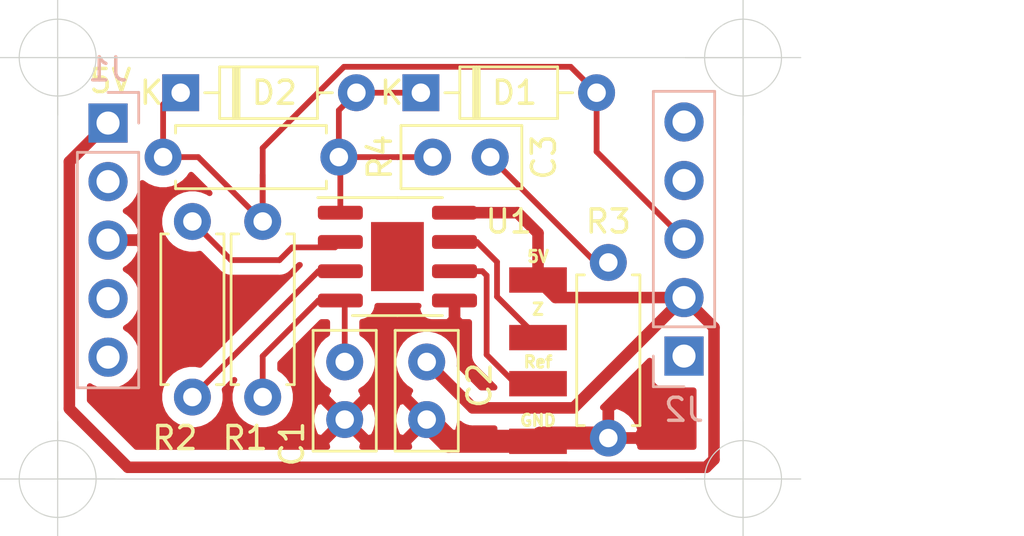
<source format=kicad_pcb>
(kicad_pcb (version 20171130) (host pcbnew "(5.1.6-0-10_14)")

  (general
    (thickness 1.6)
    (drawings 13)
    (tracks 69)
    (zones 0)
    (modules 13)
    (nets 17)
  )

  (page A4)
  (layers
    (0 F.Cu signal)
    (31 B.Cu signal hide)
    (32 B.Adhes user hide)
    (33 F.Adhes user hide)
    (34 B.Paste user hide)
    (35 F.Paste user hide)
    (36 B.SilkS user hide)
    (37 F.SilkS user)
    (38 B.Mask user hide)
    (39 F.Mask user hide)
    (40 Dwgs.User user hide)
    (41 Cmts.User user hide)
    (42 Eco1.User user hide)
    (43 Eco2.User user hide)
    (44 Edge.Cuts user)
    (45 Margin user hide)
    (46 B.CrtYd user hide)
    (47 F.CrtYd user hide)
    (48 B.Fab user hide)
    (49 F.Fab user hide)
  )

  (setup
    (last_trace_width 0.25)
    (user_trace_width 0.5)
    (user_trace_width 1)
    (trace_clearance 0.2)
    (zone_clearance 0.508)
    (zone_45_only no)
    (trace_min 0.2)
    (via_size 0.8)
    (via_drill 0.4)
    (via_min_size 0.4)
    (via_min_drill 0.3)
    (uvia_size 0.3)
    (uvia_drill 0.1)
    (uvias_allowed no)
    (uvia_min_size 0.2)
    (uvia_min_drill 0.1)
    (edge_width 0.05)
    (segment_width 0.2)
    (pcb_text_width 0.3)
    (pcb_text_size 1.5 1.5)
    (mod_edge_width 0.12)
    (mod_text_size 1 1)
    (mod_text_width 0.15)
    (pad_size 1.524 1.524)
    (pad_drill 0.762)
    (pad_to_mask_clearance 0.05)
    (aux_axis_origin 132.842 86.487)
    (grid_origin 132.842 86.487)
    (visible_elements FFFFFF7F)
    (pcbplotparams
      (layerselection 0x01020_7fffffff)
      (usegerberextensions false)
      (usegerberattributes true)
      (usegerberadvancedattributes true)
      (creategerberjobfile true)
      (excludeedgelayer true)
      (linewidth 0.100000)
      (plotframeref false)
      (viasonmask false)
      (mode 1)
      (useauxorigin true)
      (hpglpennumber 1)
      (hpglpenspeed 20)
      (hpglpendiameter 15.000000)
      (psnegative false)
      (psa4output false)
      (plotreference true)
      (plotvalue true)
      (plotinvisibletext false)
      (padsonsilk false)
      (subtractmaskfromsilk false)
      (outputformat 1)
      (mirror false)
      (drillshape 0)
      (scaleselection 1)
      (outputdirectory ""))
  )

  (net 0 "")
  (net 1 GND)
  (net 2 "Net-(C1-Pad1)")
  (net 3 "Net-(C2-Pad1)")
  (net 4 "Net-(R2-Pad2)")
  (net 5 "Net-(R2-Pad1)")
  (net 6 "Net-(U1-Pad7)")
  (net 7 "Net-(U1-Pad6)")
  (net 8 "Net-(C3-Pad2)")
  (net 9 "Net-(C3-Pad1)")
  (net 10 "Net-(D1-Pad2)")
  (net 11 "Net-(J1-Pad5)")
  (net 12 "Net-(J1-Pad4)")
  (net 13 "Net-(J1-Pad2)")
  (net 14 "Net-(J2-Pad5)")
  (net 15 "Net-(J2-Pad4)")
  (net 16 "Net-(J2-Pad1)")

  (net_class Default "This is the default net class."
    (clearance 0.2)
    (trace_width 0.25)
    (via_dia 0.8)
    (via_drill 0.4)
    (uvia_dia 0.3)
    (uvia_drill 0.1)
    (add_net GND)
    (add_net "Net-(C1-Pad1)")
    (add_net "Net-(C2-Pad1)")
    (add_net "Net-(C3-Pad1)")
    (add_net "Net-(C3-Pad2)")
    (add_net "Net-(D1-Pad2)")
    (add_net "Net-(J1-Pad2)")
    (add_net "Net-(J1-Pad4)")
    (add_net "Net-(J1-Pad5)")
    (add_net "Net-(J2-Pad1)")
    (add_net "Net-(J2-Pad4)")
    (add_net "Net-(J2-Pad5)")
    (add_net "Net-(R2-Pad1)")
    (add_net "Net-(R2-Pad2)")
    (add_net "Net-(U1-Pad6)")
    (add_net "Net-(U1-Pad7)")
  )

  (module Capacitor_THT:C_Disc_D5.0mm_W2.5mm_P2.50mm (layer F.Cu) (tedit 5AE50EF0) (tstamp 601ED30A)
    (at 149.098 72.517)
    (descr "C, Disc series, Radial, pin pitch=2.50mm, , diameter*width=5*2.5mm^2, Capacitor, http://cdn-reichelt.de/documents/datenblatt/B300/DS_KERKO_TC.pdf")
    (tags "C Disc series Radial pin pitch 2.50mm  diameter 5mm width 2.5mm Capacitor")
    (path /601EDDB8)
    (fp_text reference C3 (at 4.826 0 90) (layer F.SilkS)
      (effects (font (size 1 1) (thickness 0.15)))
    )
    (fp_text value 470n (at 1.25 2.5) (layer F.Fab)
      (effects (font (size 1 1) (thickness 0.15)))
    )
    (fp_line (start -1.25 -1.25) (end -1.25 1.25) (layer F.Fab) (width 0.1))
    (fp_line (start -1.25 1.25) (end 3.75 1.25) (layer F.Fab) (width 0.1))
    (fp_line (start 3.75 1.25) (end 3.75 -1.25) (layer F.Fab) (width 0.1))
    (fp_line (start 3.75 -1.25) (end -1.25 -1.25) (layer F.Fab) (width 0.1))
    (fp_line (start -1.37 -1.37) (end 3.87 -1.37) (layer F.SilkS) (width 0.12))
    (fp_line (start -1.37 1.37) (end 3.87 1.37) (layer F.SilkS) (width 0.12))
    (fp_line (start -1.37 -1.37) (end -1.37 1.37) (layer F.SilkS) (width 0.12))
    (fp_line (start 3.87 -1.37) (end 3.87 1.37) (layer F.SilkS) (width 0.12))
    (fp_line (start -1.5 -1.5) (end -1.5 1.5) (layer F.CrtYd) (width 0.05))
    (fp_line (start -1.5 1.5) (end 4 1.5) (layer F.CrtYd) (width 0.05))
    (fp_line (start 4 1.5) (end 4 -1.5) (layer F.CrtYd) (width 0.05))
    (fp_line (start 4 -1.5) (end -1.5 -1.5) (layer F.CrtYd) (width 0.05))
    (fp_text user %R (at 1.25 0) (layer F.Fab)
      (effects (font (size 1 1) (thickness 0.15)))
    )
    (pad 2 thru_hole circle (at 2.5 0) (size 1.6 1.6) (drill 0.8) (layers *.Cu *.Mask)
      (net 8 "Net-(C3-Pad2)"))
    (pad 1 thru_hole circle (at 0 0) (size 1.6 1.6) (drill 0.8) (layers *.Cu *.Mask)
      (net 9 "Net-(C3-Pad1)"))
    (model ${KISYS3DMOD}/Capacitor_THT.3dshapes/C_Disc_D5.0mm_W2.5mm_P2.50mm.wrl
      (at (xyz 0 0 0))
      (scale (xyz 1 1 1))
      (rotate (xyz 0 0 0))
    )
  )

  (module Capacitor_THT:C_Disc_D5.0mm_W2.5mm_P2.50mm (layer F.Cu) (tedit 5AE50EF0) (tstamp 60188FB9)
    (at 148.844 81.407 270)
    (descr "C, Disc series, Radial, pin pitch=2.50mm, , diameter*width=5*2.5mm^2, Capacitor, http://cdn-reichelt.de/documents/datenblatt/B300/DS_KERKO_TC.pdf")
    (tags "C Disc series Radial pin pitch 2.50mm  diameter 5mm width 2.5mm Capacitor")
    (path /601C5AAB)
    (fp_text reference C2 (at 1.016 -2.286 90) (layer F.SilkS)
      (effects (font (size 1 1) (thickness 0.15)))
    )
    (fp_text value 100n (at 1.25 2.5 90) (layer F.Fab)
      (effects (font (size 1 1) (thickness 0.15)))
    )
    (fp_line (start -1.25 -1.25) (end -1.25 1.25) (layer F.Fab) (width 0.1))
    (fp_line (start -1.25 1.25) (end 3.75 1.25) (layer F.Fab) (width 0.1))
    (fp_line (start 3.75 1.25) (end 3.75 -1.25) (layer F.Fab) (width 0.1))
    (fp_line (start 3.75 -1.25) (end -1.25 -1.25) (layer F.Fab) (width 0.1))
    (fp_line (start -1.37 -1.37) (end 3.87 -1.37) (layer F.SilkS) (width 0.12))
    (fp_line (start -1.37 1.37) (end 3.87 1.37) (layer F.SilkS) (width 0.12))
    (fp_line (start -1.37 -1.37) (end -1.37 1.37) (layer F.SilkS) (width 0.12))
    (fp_line (start 3.87 -1.37) (end 3.87 1.37) (layer F.SilkS) (width 0.12))
    (fp_line (start -1.5 -1.5) (end -1.5 1.5) (layer F.CrtYd) (width 0.05))
    (fp_line (start -1.5 1.5) (end 4 1.5) (layer F.CrtYd) (width 0.05))
    (fp_line (start 4 1.5) (end 4 -1.5) (layer F.CrtYd) (width 0.05))
    (fp_line (start 4 -1.5) (end -1.5 -1.5) (layer F.CrtYd) (width 0.05))
    (fp_text user %R (at 1.25 0 90) (layer F.Fab)
      (effects (font (size 1 1) (thickness 0.15)))
    )
    (pad 2 thru_hole circle (at 2.5 0 270) (size 1.6 1.6) (drill 0.8) (layers *.Cu *.Mask)
      (net 1 GND))
    (pad 1 thru_hole circle (at 0 0 270) (size 1.6 1.6) (drill 0.8) (layers *.Cu *.Mask)
      (net 3 "Net-(C2-Pad1)"))
    (model ${KISYS3DMOD}/Capacitor_THT.3dshapes/C_Disc_D5.0mm_W2.5mm_P2.50mm.wrl
      (at (xyz 0 0 0))
      (scale (xyz 1 1 1))
      (rotate (xyz 0 0 0))
    )
  )

  (module Capacitor_THT:C_Disc_D5.0mm_W2.5mm_P2.50mm (layer F.Cu) (tedit 5AE50EF0) (tstamp 60188FA2)
    (at 145.288 81.407 270)
    (descr "C, Disc series, Radial, pin pitch=2.50mm, , diameter*width=5*2.5mm^2, Capacitor, http://cdn-reichelt.de/documents/datenblatt/B300/DS_KERKO_TC.pdf")
    (tags "C Disc series Radial pin pitch 2.50mm  diameter 5mm width 2.5mm Capacitor")
    (path /601BF8FC)
    (fp_text reference C1 (at 3.556 2.286 90) (layer F.SilkS)
      (effects (font (size 1 1) (thickness 0.15)))
    )
    (fp_text value 470p (at 1.25 2.5 90) (layer F.Fab)
      (effects (font (size 1 1) (thickness 0.15)))
    )
    (fp_line (start -1.25 -1.25) (end -1.25 1.25) (layer F.Fab) (width 0.1))
    (fp_line (start -1.25 1.25) (end 3.75 1.25) (layer F.Fab) (width 0.1))
    (fp_line (start 3.75 1.25) (end 3.75 -1.25) (layer F.Fab) (width 0.1))
    (fp_line (start 3.75 -1.25) (end -1.25 -1.25) (layer F.Fab) (width 0.1))
    (fp_line (start -1.37 -1.37) (end 3.87 -1.37) (layer F.SilkS) (width 0.12))
    (fp_line (start -1.37 1.37) (end 3.87 1.37) (layer F.SilkS) (width 0.12))
    (fp_line (start -1.37 -1.37) (end -1.37 1.37) (layer F.SilkS) (width 0.12))
    (fp_line (start 3.87 -1.37) (end 3.87 1.37) (layer F.SilkS) (width 0.12))
    (fp_line (start -1.5 -1.5) (end -1.5 1.5) (layer F.CrtYd) (width 0.05))
    (fp_line (start -1.5 1.5) (end 4 1.5) (layer F.CrtYd) (width 0.05))
    (fp_line (start 4 1.5) (end 4 -1.5) (layer F.CrtYd) (width 0.05))
    (fp_line (start 4 -1.5) (end -1.5 -1.5) (layer F.CrtYd) (width 0.05))
    (fp_text user %R (at 1.25 0 90) (layer F.Fab)
      (effects (font (size 1 1) (thickness 0.15)))
    )
    (pad 2 thru_hole circle (at 2.5 0 270) (size 1.6 1.6) (drill 0.8) (layers *.Cu *.Mask)
      (net 1 GND))
    (pad 1 thru_hole circle (at 0 0 270) (size 1.6 1.6) (drill 0.8) (layers *.Cu *.Mask)
      (net 2 "Net-(C1-Pad1)"))
    (model ${KISYS3DMOD}/Capacitor_THT.3dshapes/C_Disc_D5.0mm_W2.5mm_P2.50mm.wrl
      (at (xyz 0 0 0))
      (scale (xyz 1 1 1))
      (rotate (xyz 0 0 0))
    )
  )

  (module Resistor_THT:R_Axial_DIN0207_L6.3mm_D2.5mm_P7.62mm_Horizontal (layer F.Cu) (tedit 5AE5139B) (tstamp 601ED402)
    (at 137.414 72.517)
    (descr "Resistor, Axial_DIN0207 series, Axial, Horizontal, pin pitch=7.62mm, 0.25W = 1/4W, length*diameter=6.3*2.5mm^2, http://cdn-reichelt.de/documents/datenblatt/B400/1_4W%23YAG.pdf")
    (tags "Resistor Axial_DIN0207 series Axial Horizontal pin pitch 7.62mm 0.25W = 1/4W length 6.3mm diameter 2.5mm")
    (path /601EDDB2)
    (fp_text reference R4 (at 9.398 0 90) (layer F.SilkS)
      (effects (font (size 1 1) (thickness 0.15)))
    )
    (fp_text value 220k (at 3.81 2.37) (layer F.Fab)
      (effects (font (size 1 1) (thickness 0.15)))
    )
    (fp_line (start 0.66 -1.25) (end 0.66 1.25) (layer F.Fab) (width 0.1))
    (fp_line (start 0.66 1.25) (end 6.96 1.25) (layer F.Fab) (width 0.1))
    (fp_line (start 6.96 1.25) (end 6.96 -1.25) (layer F.Fab) (width 0.1))
    (fp_line (start 6.96 -1.25) (end 0.66 -1.25) (layer F.Fab) (width 0.1))
    (fp_line (start 0 0) (end 0.66 0) (layer F.Fab) (width 0.1))
    (fp_line (start 7.62 0) (end 6.96 0) (layer F.Fab) (width 0.1))
    (fp_line (start 0.54 -1.04) (end 0.54 -1.37) (layer F.SilkS) (width 0.12))
    (fp_line (start 0.54 -1.37) (end 7.08 -1.37) (layer F.SilkS) (width 0.12))
    (fp_line (start 7.08 -1.37) (end 7.08 -1.04) (layer F.SilkS) (width 0.12))
    (fp_line (start 0.54 1.04) (end 0.54 1.37) (layer F.SilkS) (width 0.12))
    (fp_line (start 0.54 1.37) (end 7.08 1.37) (layer F.SilkS) (width 0.12))
    (fp_line (start 7.08 1.37) (end 7.08 1.04) (layer F.SilkS) (width 0.12))
    (fp_line (start -1.05 -1.5) (end -1.05 1.5) (layer F.CrtYd) (width 0.05))
    (fp_line (start -1.05 1.5) (end 8.67 1.5) (layer F.CrtYd) (width 0.05))
    (fp_line (start 8.67 1.5) (end 8.67 -1.5) (layer F.CrtYd) (width 0.05))
    (fp_line (start 8.67 -1.5) (end -1.05 -1.5) (layer F.CrtYd) (width 0.05))
    (fp_text user %R (at 3.81 0) (layer F.Fab)
      (effects (font (size 1 1) (thickness 0.15)))
    )
    (pad 2 thru_hole oval (at 7.62 0) (size 1.6 1.6) (drill 0.8) (layers *.Cu *.Mask)
      (net 9 "Net-(C3-Pad1)"))
    (pad 1 thru_hole circle (at 0 0) (size 1.6 1.6) (drill 0.8) (layers *.Cu *.Mask)
      (net 10 "Net-(D1-Pad2)"))
    (model ${KISYS3DMOD}/Resistor_THT.3dshapes/R_Axial_DIN0207_L6.3mm_D2.5mm_P7.62mm_Horizontal.wrl
      (at (xyz 0 0 0))
      (scale (xyz 1 1 1))
      (rotate (xyz 0 0 0))
    )
  )

  (module Resistor_THT:R_Axial_DIN0207_L6.3mm_D2.5mm_P7.62mm_Horizontal (layer F.Cu) (tedit 5AE5139B) (tstamp 601ED3EB)
    (at 156.718 77.089 270)
    (descr "Resistor, Axial_DIN0207 series, Axial, Horizontal, pin pitch=7.62mm, 0.25W = 1/4W, length*diameter=6.3*2.5mm^2, http://cdn-reichelt.de/documents/datenblatt/B400/1_4W%23YAG.pdf")
    (tags "Resistor Axial_DIN0207 series Axial Horizontal pin pitch 7.62mm 0.25W = 1/4W length 6.3mm diameter 2.5mm")
    (path /601F0165)
    (fp_text reference R3 (at -1.778 0) (layer F.SilkS)
      (effects (font (size 1 1) (thickness 0.15)))
    )
    (fp_text value 5.6k (at 3.81 2.37 90) (layer F.Fab)
      (effects (font (size 1 1) (thickness 0.15)))
    )
    (fp_line (start 0.66 -1.25) (end 0.66 1.25) (layer F.Fab) (width 0.1))
    (fp_line (start 0.66 1.25) (end 6.96 1.25) (layer F.Fab) (width 0.1))
    (fp_line (start 6.96 1.25) (end 6.96 -1.25) (layer F.Fab) (width 0.1))
    (fp_line (start 6.96 -1.25) (end 0.66 -1.25) (layer F.Fab) (width 0.1))
    (fp_line (start 0 0) (end 0.66 0) (layer F.Fab) (width 0.1))
    (fp_line (start 7.62 0) (end 6.96 0) (layer F.Fab) (width 0.1))
    (fp_line (start 0.54 -1.04) (end 0.54 -1.37) (layer F.SilkS) (width 0.12))
    (fp_line (start 0.54 -1.37) (end 7.08 -1.37) (layer F.SilkS) (width 0.12))
    (fp_line (start 7.08 -1.37) (end 7.08 -1.04) (layer F.SilkS) (width 0.12))
    (fp_line (start 0.54 1.04) (end 0.54 1.37) (layer F.SilkS) (width 0.12))
    (fp_line (start 0.54 1.37) (end 7.08 1.37) (layer F.SilkS) (width 0.12))
    (fp_line (start 7.08 1.37) (end 7.08 1.04) (layer F.SilkS) (width 0.12))
    (fp_line (start -1.05 -1.5) (end -1.05 1.5) (layer F.CrtYd) (width 0.05))
    (fp_line (start -1.05 1.5) (end 8.67 1.5) (layer F.CrtYd) (width 0.05))
    (fp_line (start 8.67 1.5) (end 8.67 -1.5) (layer F.CrtYd) (width 0.05))
    (fp_line (start 8.67 -1.5) (end -1.05 -1.5) (layer F.CrtYd) (width 0.05))
    (fp_text user %R (at 3.81 0 90) (layer F.Fab)
      (effects (font (size 1 1) (thickness 0.15)))
    )
    (pad 2 thru_hole oval (at 7.62 0 270) (size 1.6 1.6) (drill 0.8) (layers *.Cu *.Mask)
      (net 1 GND))
    (pad 1 thru_hole circle (at 0 0 270) (size 1.6 1.6) (drill 0.8) (layers *.Cu *.Mask)
      (net 8 "Net-(C3-Pad2)"))
    (model ${KISYS3DMOD}/Resistor_THT.3dshapes/R_Axial_DIN0207_L6.3mm_D2.5mm_P7.62mm_Horizontal.wrl
      (at (xyz 0 0 0))
      (scale (xyz 1 1 1))
      (rotate (xyz 0 0 0))
    )
  )

  (module Resistor_THT:R_Axial_DIN0207_L6.3mm_D2.5mm_P7.62mm_Horizontal (layer F.Cu) (tedit 5AE5139B) (tstamp 6018902D)
    (at 138.684 82.931 90)
    (descr "Resistor, Axial_DIN0207 series, Axial, Horizontal, pin pitch=7.62mm, 0.25W = 1/4W, length*diameter=6.3*2.5mm^2, http://cdn-reichelt.de/documents/datenblatt/B400/1_4W%23YAG.pdf")
    (tags "Resistor Axial_DIN0207 series Axial Horizontal pin pitch 7.62mm 0.25W = 1/4W length 6.3mm diameter 2.5mm")
    (path /60186AFC)
    (fp_text reference R2 (at -1.778 -0.762 180) (layer F.SilkS)
      (effects (font (size 1 1) (thickness 0.15)))
    )
    (fp_text value 5.6k (at 3.81 2.37 90) (layer F.Fab)
      (effects (font (size 1 1) (thickness 0.15)))
    )
    (fp_line (start 0.66 -1.25) (end 0.66 1.25) (layer F.Fab) (width 0.1))
    (fp_line (start 0.66 1.25) (end 6.96 1.25) (layer F.Fab) (width 0.1))
    (fp_line (start 6.96 1.25) (end 6.96 -1.25) (layer F.Fab) (width 0.1))
    (fp_line (start 6.96 -1.25) (end 0.66 -1.25) (layer F.Fab) (width 0.1))
    (fp_line (start 0 0) (end 0.66 0) (layer F.Fab) (width 0.1))
    (fp_line (start 7.62 0) (end 6.96 0) (layer F.Fab) (width 0.1))
    (fp_line (start 0.54 -1.04) (end 0.54 -1.37) (layer F.SilkS) (width 0.12))
    (fp_line (start 0.54 -1.37) (end 7.08 -1.37) (layer F.SilkS) (width 0.12))
    (fp_line (start 7.08 -1.37) (end 7.08 -1.04) (layer F.SilkS) (width 0.12))
    (fp_line (start 0.54 1.04) (end 0.54 1.37) (layer F.SilkS) (width 0.12))
    (fp_line (start 0.54 1.37) (end 7.08 1.37) (layer F.SilkS) (width 0.12))
    (fp_line (start 7.08 1.37) (end 7.08 1.04) (layer F.SilkS) (width 0.12))
    (fp_line (start -1.05 -1.5) (end -1.05 1.5) (layer F.CrtYd) (width 0.05))
    (fp_line (start -1.05 1.5) (end 8.67 1.5) (layer F.CrtYd) (width 0.05))
    (fp_line (start 8.67 1.5) (end 8.67 -1.5) (layer F.CrtYd) (width 0.05))
    (fp_line (start 8.67 -1.5) (end -1.05 -1.5) (layer F.CrtYd) (width 0.05))
    (fp_text user %R (at 3.81 0 90) (layer F.Fab)
      (effects (font (size 1 1) (thickness 0.15)))
    )
    (pad 2 thru_hole oval (at 7.62 0 90) (size 1.6 1.6) (drill 0.8) (layers *.Cu *.Mask)
      (net 4 "Net-(R2-Pad2)"))
    (pad 1 thru_hole circle (at 0 0 90) (size 1.6 1.6) (drill 0.8) (layers *.Cu *.Mask)
      (net 5 "Net-(R2-Pad1)"))
    (model ${KISYS3DMOD}/Resistor_THT.3dshapes/R_Axial_DIN0207_L6.3mm_D2.5mm_P7.62mm_Horizontal.wrl
      (at (xyz 0 0 0))
      (scale (xyz 1 1 1))
      (rotate (xyz 0 0 0))
    )
  )

  (module Resistor_THT:R_Axial_DIN0207_L6.3mm_D2.5mm_P7.62mm_Horizontal (layer F.Cu) (tedit 5AE5139B) (tstamp 60189016)
    (at 141.732 75.311 270)
    (descr "Resistor, Axial_DIN0207 series, Axial, Horizontal, pin pitch=7.62mm, 0.25W = 1/4W, length*diameter=6.3*2.5mm^2, http://cdn-reichelt.de/documents/datenblatt/B400/1_4W%23YAG.pdf")
    (tags "Resistor Axial_DIN0207 series Axial Horizontal pin pitch 7.62mm 0.25W = 1/4W length 6.3mm diameter 2.5mm")
    (path /6018722C)
    (fp_text reference R1 (at 9.398 0.762 180) (layer F.SilkS)
      (effects (font (size 1 1) (thickness 0.15)))
    )
    (fp_text value 220k (at 3.81 2.37 90) (layer F.Fab)
      (effects (font (size 1 1) (thickness 0.15)))
    )
    (fp_line (start 0.66 -1.25) (end 0.66 1.25) (layer F.Fab) (width 0.1))
    (fp_line (start 0.66 1.25) (end 6.96 1.25) (layer F.Fab) (width 0.1))
    (fp_line (start 6.96 1.25) (end 6.96 -1.25) (layer F.Fab) (width 0.1))
    (fp_line (start 6.96 -1.25) (end 0.66 -1.25) (layer F.Fab) (width 0.1))
    (fp_line (start 0 0) (end 0.66 0) (layer F.Fab) (width 0.1))
    (fp_line (start 7.62 0) (end 6.96 0) (layer F.Fab) (width 0.1))
    (fp_line (start 0.54 -1.04) (end 0.54 -1.37) (layer F.SilkS) (width 0.12))
    (fp_line (start 0.54 -1.37) (end 7.08 -1.37) (layer F.SilkS) (width 0.12))
    (fp_line (start 7.08 -1.37) (end 7.08 -1.04) (layer F.SilkS) (width 0.12))
    (fp_line (start 0.54 1.04) (end 0.54 1.37) (layer F.SilkS) (width 0.12))
    (fp_line (start 0.54 1.37) (end 7.08 1.37) (layer F.SilkS) (width 0.12))
    (fp_line (start 7.08 1.37) (end 7.08 1.04) (layer F.SilkS) (width 0.12))
    (fp_line (start -1.05 -1.5) (end -1.05 1.5) (layer F.CrtYd) (width 0.05))
    (fp_line (start -1.05 1.5) (end 8.67 1.5) (layer F.CrtYd) (width 0.05))
    (fp_line (start 8.67 1.5) (end 8.67 -1.5) (layer F.CrtYd) (width 0.05))
    (fp_line (start 8.67 -1.5) (end -1.05 -1.5) (layer F.CrtYd) (width 0.05))
    (fp_text user %R (at 3.81 0 90) (layer F.Fab)
      (effects (font (size 1 1) (thickness 0.15)))
    )
    (pad 2 thru_hole oval (at 7.62 0 270) (size 1.6 1.6) (drill 0.8) (layers *.Cu *.Mask)
      (net 2 "Net-(C1-Pad1)"))
    (pad 1 thru_hole circle (at 0 0 270) (size 1.6 1.6) (drill 0.8) (layers *.Cu *.Mask)
      (net 10 "Net-(D1-Pad2)"))
    (model ${KISYS3DMOD}/Resistor_THT.3dshapes/R_Axial_DIN0207_L6.3mm_D2.5mm_P7.62mm_Horizontal.wrl
      (at (xyz 0 0 0))
      (scale (xyz 1 1 1))
      (rotate (xyz 0 0 0))
    )
  )

  (module Diode_THT:D_DO-35_SOD27_P7.62mm_Horizontal (layer F.Cu) (tedit 5AE50CD5) (tstamp 601ED348)
    (at 138.176 69.723)
    (descr "Diode, DO-35_SOD27 series, Axial, Horizontal, pin pitch=7.62mm, , length*diameter=4*2mm^2, , http://www.diodes.com/_files/packages/DO-35.pdf")
    (tags "Diode DO-35_SOD27 series Axial Horizontal pin pitch 7.62mm  length 4mm diameter 2mm")
    (path /601F369D)
    (fp_text reference D2 (at 4.064 0) (layer F.SilkS)
      (effects (font (size 1 1) (thickness 0.15)))
    )
    (fp_text value D_Schottky (at 3.81 2.12) (layer F.Fab)
      (effects (font (size 1 1) (thickness 0.15)))
    )
    (fp_line (start 8.67 -1.25) (end -1.05 -1.25) (layer F.CrtYd) (width 0.05))
    (fp_line (start 8.67 1.25) (end 8.67 -1.25) (layer F.CrtYd) (width 0.05))
    (fp_line (start -1.05 1.25) (end 8.67 1.25) (layer F.CrtYd) (width 0.05))
    (fp_line (start -1.05 -1.25) (end -1.05 1.25) (layer F.CrtYd) (width 0.05))
    (fp_line (start 2.29 -1.12) (end 2.29 1.12) (layer F.SilkS) (width 0.12))
    (fp_line (start 2.53 -1.12) (end 2.53 1.12) (layer F.SilkS) (width 0.12))
    (fp_line (start 2.41 -1.12) (end 2.41 1.12) (layer F.SilkS) (width 0.12))
    (fp_line (start 6.58 0) (end 5.93 0) (layer F.SilkS) (width 0.12))
    (fp_line (start 1.04 0) (end 1.69 0) (layer F.SilkS) (width 0.12))
    (fp_line (start 5.93 -1.12) (end 1.69 -1.12) (layer F.SilkS) (width 0.12))
    (fp_line (start 5.93 1.12) (end 5.93 -1.12) (layer F.SilkS) (width 0.12))
    (fp_line (start 1.69 1.12) (end 5.93 1.12) (layer F.SilkS) (width 0.12))
    (fp_line (start 1.69 -1.12) (end 1.69 1.12) (layer F.SilkS) (width 0.12))
    (fp_line (start 2.31 -1) (end 2.31 1) (layer F.Fab) (width 0.1))
    (fp_line (start 2.51 -1) (end 2.51 1) (layer F.Fab) (width 0.1))
    (fp_line (start 2.41 -1) (end 2.41 1) (layer F.Fab) (width 0.1))
    (fp_line (start 7.62 0) (end 5.81 0) (layer F.Fab) (width 0.1))
    (fp_line (start 0 0) (end 1.81 0) (layer F.Fab) (width 0.1))
    (fp_line (start 5.81 -1) (end 1.81 -1) (layer F.Fab) (width 0.1))
    (fp_line (start 5.81 1) (end 5.81 -1) (layer F.Fab) (width 0.1))
    (fp_line (start 1.81 1) (end 5.81 1) (layer F.Fab) (width 0.1))
    (fp_line (start 1.81 -1) (end 1.81 1) (layer F.Fab) (width 0.1))
    (fp_text user K (at -1.27 0) (layer F.SilkS)
      (effects (font (size 1 1) (thickness 0.15)))
    )
    (fp_text user K (at 0 -1.8) (layer F.Fab)
      (effects (font (size 1 1) (thickness 0.15)))
    )
    (fp_text user %R (at 4.11 0) (layer F.Fab)
      (effects (font (size 0.8 0.8) (thickness 0.12)))
    )
    (pad 2 thru_hole oval (at 7.62 0) (size 1.6 1.6) (drill 0.8) (layers *.Cu *.Mask)
      (net 9 "Net-(C3-Pad1)"))
    (pad 1 thru_hole rect (at 0 0) (size 1.6 1.6) (drill 0.8) (layers *.Cu *.Mask)
      (net 10 "Net-(D1-Pad2)"))
    (model ${KISYS3DMOD}/Diode_THT.3dshapes/D_DO-35_SOD27_P7.62mm_Horizontal.wrl
      (at (xyz 0 0 0))
      (scale (xyz 1 1 1))
      (rotate (xyz 0 0 0))
    )
  )

  (module Diode_THT:D_DO-35_SOD27_P7.62mm_Horizontal (layer F.Cu) (tedit 5AE50CD5) (tstamp 601ED329)
    (at 148.59 69.723)
    (descr "Diode, DO-35_SOD27 series, Axial, Horizontal, pin pitch=7.62mm, , length*diameter=4*2mm^2, , http://www.diodes.com/_files/packages/DO-35.pdf")
    (tags "Diode DO-35_SOD27 series Axial Horizontal pin pitch 7.62mm  length 4mm diameter 2mm")
    (path /601F1144)
    (fp_text reference D1 (at 4.064 0) (layer F.SilkS)
      (effects (font (size 1 1) (thickness 0.15)))
    )
    (fp_text value D_Schottky (at 3.81 2.12) (layer F.Fab)
      (effects (font (size 1 1) (thickness 0.15)))
    )
    (fp_line (start 8.67 -1.25) (end -1.05 -1.25) (layer F.CrtYd) (width 0.05))
    (fp_line (start 8.67 1.25) (end 8.67 -1.25) (layer F.CrtYd) (width 0.05))
    (fp_line (start -1.05 1.25) (end 8.67 1.25) (layer F.CrtYd) (width 0.05))
    (fp_line (start -1.05 -1.25) (end -1.05 1.25) (layer F.CrtYd) (width 0.05))
    (fp_line (start 2.29 -1.12) (end 2.29 1.12) (layer F.SilkS) (width 0.12))
    (fp_line (start 2.53 -1.12) (end 2.53 1.12) (layer F.SilkS) (width 0.12))
    (fp_line (start 2.41 -1.12) (end 2.41 1.12) (layer F.SilkS) (width 0.12))
    (fp_line (start 6.58 0) (end 5.93 0) (layer F.SilkS) (width 0.12))
    (fp_line (start 1.04 0) (end 1.69 0) (layer F.SilkS) (width 0.12))
    (fp_line (start 5.93 -1.12) (end 1.69 -1.12) (layer F.SilkS) (width 0.12))
    (fp_line (start 5.93 1.12) (end 5.93 -1.12) (layer F.SilkS) (width 0.12))
    (fp_line (start 1.69 1.12) (end 5.93 1.12) (layer F.SilkS) (width 0.12))
    (fp_line (start 1.69 -1.12) (end 1.69 1.12) (layer F.SilkS) (width 0.12))
    (fp_line (start 2.31 -1) (end 2.31 1) (layer F.Fab) (width 0.1))
    (fp_line (start 2.51 -1) (end 2.51 1) (layer F.Fab) (width 0.1))
    (fp_line (start 2.41 -1) (end 2.41 1) (layer F.Fab) (width 0.1))
    (fp_line (start 7.62 0) (end 5.81 0) (layer F.Fab) (width 0.1))
    (fp_line (start 0 0) (end 1.81 0) (layer F.Fab) (width 0.1))
    (fp_line (start 5.81 -1) (end 1.81 -1) (layer F.Fab) (width 0.1))
    (fp_line (start 5.81 1) (end 5.81 -1) (layer F.Fab) (width 0.1))
    (fp_line (start 1.81 1) (end 5.81 1) (layer F.Fab) (width 0.1))
    (fp_line (start 1.81 -1) (end 1.81 1) (layer F.Fab) (width 0.1))
    (fp_text user K (at -1.27 0) (layer F.SilkS)
      (effects (font (size 1 1) (thickness 0.15)))
    )
    (fp_text user K (at 0 -1.8) (layer F.Fab)
      (effects (font (size 1 1) (thickness 0.15)))
    )
    (fp_text user %R (at 4.11 0) (layer F.Fab)
      (effects (font (size 0.8 0.8) (thickness 0.12)))
    )
    (pad 2 thru_hole oval (at 7.62 0) (size 1.6 1.6) (drill 0.8) (layers *.Cu *.Mask)
      (net 10 "Net-(D1-Pad2)"))
    (pad 1 thru_hole rect (at 0 0) (size 1.6 1.6) (drill 0.8) (layers *.Cu *.Mask)
      (net 9 "Net-(C3-Pad1)"))
    (model ${KISYS3DMOD}/Diode_THT.3dshapes/D_DO-35_SOD27_P7.62mm_Horizontal.wrl
      (at (xyz 0 0 0))
      (scale (xyz 1 1 1))
      (rotate (xyz 0 0 0))
    )
  )

  (module Connector_USB:USB_A_CNCTech_1001-011-01101_Horizontal (layer F.Cu) (tedit 601AA566) (tstamp 60189069)
    (at 163.32 81.351)
    (descr "USB type A Plug, Horizontal, http://cnctech.us/pdfs/1001-011-01101.pdf")
    (tags USB-A)
    (path /601A0D7D)
    (attr smd)
    (fp_text reference USB_Cable_Connector1 (at -11.682 -1.468 270) (layer F.SilkS) hide
      (effects (font (size 1 1) (thickness 0.15)))
    )
    (fp_text value Conn_01x04 (at 4.318 0) (layer F.Fab) hide
      (effects (font (size 1 1) (thickness 0.15)))
    )
    (fp_line (start -11.4 4.55) (end -9.15 4.55) (layer F.CrtYd) (width 0.05))
    (fp_line (start -9.15 4.55) (end -9.15 7.15) (layer F.CrtYd) (width 0.05))
    (fp_line (start -9.15 7.15) (end -4.65 7.15) (layer F.CrtYd) (width 0.05))
    (fp_line (start -4.65 7.15) (end -4.65 6.52) (layer F.CrtYd) (width 0.05))
    (fp_line (start -4.65 6.52) (end 11.4 6.52) (layer F.CrtYd) (width 0.05))
    (fp_line (start 11.4 6.52) (end 11.4 -6.52) (layer F.CrtYd) (width 0.05))
    (fp_line (start -4.65 -6.52) (end 11.4 -6.52) (layer F.CrtYd) (width 0.05))
    (fp_line (start -4.65 -6.52) (end -4.65 -7.15) (layer F.CrtYd) (width 0.05))
    (fp_line (start -9.15 -7.15) (end -4.65 -7.15) (layer F.CrtYd) (width 0.05))
    (fp_line (start -9.15 -7.15) (end -9.15 -4.55) (layer F.CrtYd) (width 0.05))
    (fp_line (start -11.4 -4.55) (end -9.15 -4.55) (layer F.CrtYd) (width 0.05))
    (fp_line (start -11.4 4.55) (end -11.4 -4.55) (layer F.CrtYd) (width 0.05))
    (fp_line (start -10.4 -3.25) (end -10.4 -3.75) (layer F.Fab) (width 0.1))
    (fp_line (start -10.4 -0.75) (end -10.4 -1.25) (layer F.Fab) (width 0.1))
    (fp_line (start -10.4 1.25) (end -10.4 0.75) (layer F.Fab) (width 0.1))
    (fp_line (start -10.4 3.75) (end -10.4 3.25) (layer F.Fab) (width 0.1))
    (pad 4 smd rect (at -9.65 3.5) (size 2.5 1.1) (layers F.Cu F.Paste F.Mask)
      (net 1 GND))
    (pad 1 smd rect (at -9.65 -3.5) (size 2.5 1.1) (layers F.Cu F.Paste F.Mask)
      (net 3 "Net-(C2-Pad1)"))
    (pad 3 smd rect (at -9.65 1) (size 2.5 1.1) (layers F.Cu F.Paste F.Mask)
      (net 7 "Net-(U1-Pad6)"))
    (pad 2 smd rect (at -9.65 -1) (size 2.5 1.1) (layers F.Cu F.Paste F.Mask)
      (net 6 "Net-(U1-Pad7)"))
    (model ${KISYS3DMOD}/Connector_USB.3dshapes/USB_A_CNCTech_1001-011-01101_Horizontal.wrl
      (at (xyz 0 0 0))
      (scale (xyz 1 1 1))
      (rotate (xyz 0 0 0))
    )
  )

  (module Connector_PinHeader_2.54mm:PinHeader_1x05_P2.54mm_Vertical locked (layer B.Cu) (tedit 59FED5CC) (tstamp 60188FFF)
    (at 160 81.153)
    (descr "Through hole straight pin header, 1x05, 2.54mm pitch, single row")
    (tags "Through hole pin header THT 1x05 2.54mm single row")
    (path /6018CBE7)
    (fp_text reference J2 (at 0 2.33) (layer B.SilkS)
      (effects (font (size 1 1) (thickness 0.15)) (justify mirror))
    )
    (fp_text value Conn_01x05_Male (at 1.036 -18.034) (layer B.Fab) hide
      (effects (font (size 1 1) (thickness 0.15)) (justify mirror))
    )
    (fp_line (start 1.8 1.8) (end -1.8 1.8) (layer B.CrtYd) (width 0.05))
    (fp_line (start 1.8 -11.95) (end 1.8 1.8) (layer B.CrtYd) (width 0.05))
    (fp_line (start -1.8 -11.95) (end 1.8 -11.95) (layer B.CrtYd) (width 0.05))
    (fp_line (start -1.8 1.8) (end -1.8 -11.95) (layer B.CrtYd) (width 0.05))
    (fp_line (start -1.33 1.33) (end 0 1.33) (layer B.SilkS) (width 0.12))
    (fp_line (start -1.33 0) (end -1.33 1.33) (layer B.SilkS) (width 0.12))
    (fp_line (start -1.33 -1.27) (end 1.33 -1.27) (layer B.SilkS) (width 0.12))
    (fp_line (start 1.33 -1.27) (end 1.33 -11.49) (layer B.SilkS) (width 0.12))
    (fp_line (start -1.33 -1.27) (end -1.33 -11.49) (layer B.SilkS) (width 0.12))
    (fp_line (start -1.33 -11.49) (end 1.33 -11.49) (layer B.SilkS) (width 0.12))
    (fp_line (start -1.27 0.635) (end -0.635 1.27) (layer B.Fab) (width 0.1))
    (fp_line (start -1.27 -11.43) (end -1.27 0.635) (layer B.Fab) (width 0.1))
    (fp_line (start 1.27 -11.43) (end -1.27 -11.43) (layer B.Fab) (width 0.1))
    (fp_line (start 1.27 1.27) (end 1.27 -11.43) (layer B.Fab) (width 0.1))
    (fp_line (start -0.635 1.27) (end 1.27 1.27) (layer B.Fab) (width 0.1))
    (fp_text user %R (at 0 -5.08 -90) (layer B.Fab)
      (effects (font (size 1 1) (thickness 0.15)) (justify mirror))
    )
    (pad 5 thru_hole oval (at 0 -10.16) (size 1.7 1.7) (drill 1) (layers *.Cu *.Mask)
      (net 14 "Net-(J2-Pad5)"))
    (pad 4 thru_hole oval (at 0 -7.62) (size 1.7 1.7) (drill 1) (layers *.Cu *.Mask)
      (net 15 "Net-(J2-Pad4)"))
    (pad 3 thru_hole oval (at 0 -5.08) (size 1.7 1.7) (drill 1) (layers *.Cu *.Mask)
      (net 10 "Net-(D1-Pad2)"))
    (pad 2 thru_hole oval (at 0 -2.54) (size 1.7 1.7) (drill 1) (layers *.Cu *.Mask)
      (net 3 "Net-(C2-Pad1)"))
    (pad 1 thru_hole rect (at 0 0) (size 1.7 1.7) (drill 1) (layers *.Cu *.Mask)
      (net 16 "Net-(J2-Pad1)"))
    (model ${KISYS3DMOD}/Connector_PinHeader_2.54mm.3dshapes/PinHeader_1x05_P2.54mm_Vertical.wrl
      (at (xyz 0 0 0))
      (scale (xyz 1 1 1))
      (rotate (xyz 0 0 0))
    )
  )

  (module Connector_PinHeader_2.54mm:PinHeader_1x05_P2.54mm_Vertical locked (layer B.Cu) (tedit 59FED5CC) (tstamp 60188FDC)
    (at 135.0264 71.04 180)
    (descr "Through hole straight pin header, 1x05, 2.54mm pitch, single row")
    (tags "Through hole pin header THT 1x05 2.54mm single row")
    (path /6018BFD6)
    (fp_text reference J1 (at 0 2.33) (layer B.SilkS)
      (effects (font (size 1 1) (thickness 0.15)) (justify mirror))
    )
    (fp_text value Conn_01x05_Male (at 0 -12.49) (layer B.Fab) hide
      (effects (font (size 1 1) (thickness 0.15)) (justify mirror))
    )
    (fp_line (start 1.8 1.8) (end -1.8 1.8) (layer B.CrtYd) (width 0.05))
    (fp_line (start 1.8 -11.95) (end 1.8 1.8) (layer B.CrtYd) (width 0.05))
    (fp_line (start -1.8 -11.95) (end 1.8 -11.95) (layer B.CrtYd) (width 0.05))
    (fp_line (start -1.8 1.8) (end -1.8 -11.95) (layer B.CrtYd) (width 0.05))
    (fp_line (start -1.33 1.33) (end 0 1.33) (layer B.SilkS) (width 0.12))
    (fp_line (start -1.33 0) (end -1.33 1.33) (layer B.SilkS) (width 0.12))
    (fp_line (start -1.33 -1.27) (end 1.33 -1.27) (layer B.SilkS) (width 0.12))
    (fp_line (start 1.33 -1.27) (end 1.33 -11.49) (layer B.SilkS) (width 0.12))
    (fp_line (start -1.33 -1.27) (end -1.33 -11.49) (layer B.SilkS) (width 0.12))
    (fp_line (start -1.33 -11.49) (end 1.33 -11.49) (layer B.SilkS) (width 0.12))
    (fp_line (start -1.27 0.635) (end -0.635 1.27) (layer B.Fab) (width 0.1))
    (fp_line (start -1.27 -11.43) (end -1.27 0.635) (layer B.Fab) (width 0.1))
    (fp_line (start 1.27 -11.43) (end -1.27 -11.43) (layer B.Fab) (width 0.1))
    (fp_line (start 1.27 1.27) (end 1.27 -11.43) (layer B.Fab) (width 0.1))
    (fp_line (start -0.635 1.27) (end 1.27 1.27) (layer B.Fab) (width 0.1))
    (fp_text user %R (at 0 -5.08 270) (layer B.Fab)
      (effects (font (size 1 1) (thickness 0.15)) (justify mirror))
    )
    (pad 5 thru_hole oval (at 0 -10.16 180) (size 1.7 1.7) (drill 1) (layers *.Cu *.Mask)
      (net 11 "Net-(J1-Pad5)"))
    (pad 4 thru_hole oval (at 0 -7.62 180) (size 1.7 1.7) (drill 1) (layers *.Cu *.Mask)
      (net 12 "Net-(J1-Pad4)"))
    (pad 3 thru_hole oval (at 0 -5.08 180) (size 1.7 1.7) (drill 1) (layers *.Cu *.Mask)
      (net 1 GND))
    (pad 2 thru_hole oval (at 0 -2.54 180) (size 1.7 1.7) (drill 1) (layers *.Cu *.Mask)
      (net 13 "Net-(J1-Pad2)"))
    (pad 1 thru_hole rect (at 0 0 180) (size 1.7 1.7) (drill 1) (layers *.Cu *.Mask)
      (net 3 "Net-(C2-Pad1)"))
    (model ${KISYS3DMOD}/Connector_PinHeader_2.54mm.3dshapes/PinHeader_1x05_P2.54mm_Vertical.wrl
      (at (xyz 0 0 0))
      (scale (xyz 1 1 1))
      (rotate (xyz 0 0 0))
    )
  )

  (module Package_SO:SOIC-8-1EP_3.9x4.9mm_P1.27mm_EP2.29x3mm (layer F.Cu) (tedit 5DC5FE76) (tstamp 6018904C)
    (at 147.574 76.835)
    (descr "SOIC, 8 Pin (https://www.analog.com/media/en/technical-documentation/data-sheets/ada4898-1_4898-2.pdf#page=29), generated with kicad-footprint-generator ipc_gullwing_generator.py")
    (tags "SOIC SO")
    (path /60185021)
    (attr smd)
    (fp_text reference U1 (at 4.826 -1.524) (layer F.SilkS)
      (effects (font (size 1 1) (thickness 0.15)))
    )
    (fp_text value AD8226 (at 0 3.4) (layer F.Fab)
      (effects (font (size 1 1) (thickness 0.15)))
    )
    (fp_line (start 3.7 -2.7) (end -3.7 -2.7) (layer F.CrtYd) (width 0.05))
    (fp_line (start 3.7 2.7) (end 3.7 -2.7) (layer F.CrtYd) (width 0.05))
    (fp_line (start -3.7 2.7) (end 3.7 2.7) (layer F.CrtYd) (width 0.05))
    (fp_line (start -3.7 -2.7) (end -3.7 2.7) (layer F.CrtYd) (width 0.05))
    (fp_line (start -1.95 -1.475) (end -0.975 -2.45) (layer F.Fab) (width 0.1))
    (fp_line (start -1.95 2.45) (end -1.95 -1.475) (layer F.Fab) (width 0.1))
    (fp_line (start 1.95 2.45) (end -1.95 2.45) (layer F.Fab) (width 0.1))
    (fp_line (start 1.95 -2.45) (end 1.95 2.45) (layer F.Fab) (width 0.1))
    (fp_line (start -0.975 -2.45) (end 1.95 -2.45) (layer F.Fab) (width 0.1))
    (fp_line (start 0 -2.56) (end -3.45 -2.56) (layer F.SilkS) (width 0.12))
    (fp_line (start 0 -2.56) (end 1.95 -2.56) (layer F.SilkS) (width 0.12))
    (fp_line (start 0 2.56) (end -1.95 2.56) (layer F.SilkS) (width 0.12))
    (fp_line (start 0 2.56) (end 1.95 2.56) (layer F.SilkS) (width 0.12))
    (fp_text user %R (at 0 0) (layer F.Fab)
      (effects (font (size 0.98 0.98) (thickness 0.15)))
    )
    (pad "" smd roundrect (at 0.57 0.75) (size 0.92 1.21) (layers F.Paste) (roundrect_rratio 0.25))
    (pad "" smd roundrect (at 0.57 -0.75) (size 0.92 1.21) (layers F.Paste) (roundrect_rratio 0.25))
    (pad "" smd roundrect (at -0.57 0.75) (size 0.92 1.21) (layers F.Paste) (roundrect_rratio 0.25))
    (pad "" smd roundrect (at -0.57 -0.75) (size 0.92 1.21) (layers F.Paste) (roundrect_rratio 0.25))
    (pad 9 smd rect (at 0 0) (size 2.29 3) (layers F.Cu F.Mask))
    (pad 8 smd roundrect (at 2.475 -1.905) (size 1.95 0.6) (layers F.Cu F.Paste F.Mask) (roundrect_rratio 0.25)
      (net 3 "Net-(C2-Pad1)"))
    (pad 7 smd roundrect (at 2.475 -0.635) (size 1.95 0.6) (layers F.Cu F.Paste F.Mask) (roundrect_rratio 0.25)
      (net 6 "Net-(U1-Pad7)"))
    (pad 6 smd roundrect (at 2.475 0.635) (size 1.95 0.6) (layers F.Cu F.Paste F.Mask) (roundrect_rratio 0.25)
      (net 7 "Net-(U1-Pad6)"))
    (pad 5 smd roundrect (at 2.475 1.905) (size 1.95 0.6) (layers F.Cu F.Paste F.Mask) (roundrect_rratio 0.25)
      (net 1 GND))
    (pad 4 smd roundrect (at -2.475 1.905) (size 1.95 0.6) (layers F.Cu F.Paste F.Mask) (roundrect_rratio 0.25)
      (net 2 "Net-(C1-Pad1)"))
    (pad 3 smd roundrect (at -2.475 0.635) (size 1.95 0.6) (layers F.Cu F.Paste F.Mask) (roundrect_rratio 0.25)
      (net 5 "Net-(R2-Pad1)"))
    (pad 2 smd roundrect (at -2.475 -0.635) (size 1.95 0.6) (layers F.Cu F.Paste F.Mask) (roundrect_rratio 0.25)
      (net 4 "Net-(R2-Pad2)"))
    (pad 1 smd roundrect (at -2.475 -1.905) (size 1.95 0.6) (layers F.Cu F.Paste F.Mask) (roundrect_rratio 0.25)
      (net 9 "Net-(C3-Pad1)"))
    (model ${KISYS3DMOD}/Package_SO.3dshapes/SOIC-8-1EP_3.9x4.9mm_P1.27mm_EP2.29x3mm.wrl
      (at (xyz 0 0 0))
      (scale (xyz 1 1 1))
      (rotate (xyz 0 0 0))
    )
  )

  (target plus (at 162.56 86.487) (size 5) (width 0.05) (layer Edge.Cuts))
  (target plus (at 132.842 68.199) (size 5) (width 0.05) (layer Edge.Cuts) (tstamp 601AF20B))
  (target plus (at 132.842 86.487) (size 5) (width 0.05) (layer Edge.Cuts))
  (gr_text 5V (at 135.128 69.215) (layer F.SilkS) (tstamp 601AE59D)
    (effects (font (size 1 1) (thickness 0.15)))
  )
  (gr_text GND (at 153.67 83.947) (layer F.SilkS) (tstamp 601AE50F)
    (effects (font (size 0.5 0.5) (thickness 0.125)))
  )
  (gr_text 5V (at 153.67 76.835) (layer F.SilkS)
    (effects (font (size 0.5 0.5) (thickness 0.125)))
  )
  (gr_text Z (at 153.67 79.121) (layer F.SilkS)
    (effects (font (size 0.5 0.5) (thickness 0.125)))
  )
  (gr_text Ref (at 153.67 81.407) (layer F.SilkS)
    (effects (font (size 0.5 0.5) (thickness 0.125)))
  )
  (gr_line (start 162.56 68.199) (end 132.842 68.199) (layer Edge.Cuts) (width 0.05))
  (gr_line (start 162.56 86.487) (end 162.56 68.199) (layer Edge.Cuts) (width 0.05))
  (gr_line (start 132.842 86.487) (end 162.56 86.487) (layer Edge.Cuts) (width 0.05))
  (gr_line (start 132.842 68.199) (end 132.842 86.487) (layer Edge.Cuts) (width 0.05))
  (target plus (at 162.56 68.199) (size 5) (width 0.05) (layer Edge.Cuts) (tstamp 601966BA))

  (segment (start 153.558 84.709) (end 153.416 84.851) (width 0.25) (layer F.Cu) (net 1))
  (segment (start 156.576 84.851) (end 156.718 84.709) (width 0.25) (layer F.Cu) (net 1))
  (segment (start 153.812 84.709) (end 153.67 84.851) (width 1) (layer F.Cu) (net 1))
  (segment (start 156.718 84.709) (end 153.812 84.709) (width 1) (layer F.Cu) (net 1))
  (segment (start 149.788 84.851) (end 148.844 83.907) (width 1) (layer F.Cu) (net 1))
  (segment (start 153.67 84.851) (end 149.788 84.851) (width 1) (layer F.Cu) (net 1))
  (segment (start 141.732 82.931) (end 141.732 81.153) (width 0.25) (layer F.Cu) (net 2))
  (segment (start 144.145 78.74) (end 145.099 78.74) (width 0.25) (layer F.Cu) (net 2))
  (segment (start 141.732 81.153) (end 144.145 78.74) (width 0.25) (layer F.Cu) (net 2))
  (segment (start 145.288 78.929) (end 145.099 78.74) (width 0.25) (layer F.Cu) (net 2))
  (segment (start 145.288 81.407) (end 145.288 78.929) (width 0.25) (layer F.Cu) (net 2))
  (segment (start 154.432 78.613) (end 160.254 78.613) (width 0.5) (layer F.Cu) (net 3))
  (segment (start 153.67 77.851) (end 154.432 78.613) (width 0.5) (layer F.Cu) (net 3))
  (segment (start 150.495 74.93) (end 150.049 74.93) (width 0.25) (layer F.Cu) (net 3))
  (segment (start 155.211999 83.401001) (end 160 78.613) (width 0.5) (layer F.Cu) (net 3))
  (segment (start 150.049 74.93) (end 152.781 74.93) (width 0.5) (layer F.Cu) (net 3))
  (segment (start 153.67 75.819) (end 153.67 77.851) (width 0.5) (layer F.Cu) (net 3))
  (segment (start 152.781 74.93) (end 153.67 75.819) (width 0.5) (layer F.Cu) (net 3))
  (segment (start 150.838001 83.401001) (end 148.844 81.407) (width 0.5) (layer F.Cu) (net 3))
  (segment (start 155.211999 83.401001) (end 150.838001 83.401001) (width 0.5) (layer F.Cu) (net 3))
  (segment (start 133.35 72.7164) (end 135.0264 71.04) (width 0.5) (layer F.Cu) (net 3))
  (segment (start 133.35 83.403002) (end 133.35 72.7164) (width 0.5) (layer F.Cu) (net 3))
  (segment (start 133.35 83.403002) (end 133.35 83.439) (width 0.25) (layer F.Cu) (net 3))
  (segment (start 133.35 83.439) (end 135.89 85.979) (width 0.5) (layer F.Cu) (net 3))
  (segment (start 154.2288 85.979) (end 135.89 85.979) (width 0.5) (layer F.Cu) (net 3))
  (segment (start 154.94 85.979) (end 154.2288 85.979) (width 0.5) (layer F.Cu) (net 3))
  (segment (start 161.300001 79.913001) (end 160 78.613) (width 0.5) (layer F.Cu) (net 3))
  (segment (start 161.300001 85.638799) (end 161.300001 79.913001) (width 0.5) (layer F.Cu) (net 3))
  (segment (start 160.9598 85.979) (end 161.300001 85.638799) (width 0.5) (layer F.Cu) (net 3))
  (segment (start 154.2288 85.979) (end 160.9598 85.979) (width 0.5) (layer F.Cu) (net 3))
  (segment (start 144.862999 76.436001) (end 145.099 76.2) (width 0.25) (layer F.Cu) (net 4))
  (segment (start 138.684 75.311) (end 140.3604 76.9874) (width 0.25) (layer F.Cu) (net 4))
  (segment (start 140.3604 76.9874) (end 142.458002 76.9874) (width 0.25) (layer F.Cu) (net 4))
  (segment (start 142.458002 76.9874) (end 143.009401 76.436001) (width 0.25) (layer F.Cu) (net 4))
  (segment (start 143.009401 76.436001) (end 144.862999 76.436001) (width 0.25) (layer F.Cu) (net 4))
  (segment (start 144.145 77.47) (end 138.684 82.931) (width 0.25) (layer F.Cu) (net 5))
  (segment (start 145.099 77.47) (end 144.145 77.47) (width 0.25) (layer F.Cu) (net 5))
  (segment (start 151.892 77.068) (end 151.892 78.573) (width 0.25) (layer F.Cu) (net 6))
  (segment (start 151.892 78.573) (end 153.67 80.351) (width 0.25) (layer F.Cu) (net 6))
  (segment (start 151.024 76.2) (end 151.892 77.068) (width 0.25) (layer F.Cu) (net 6))
  (segment (start 150.049 76.2) (end 151.024 76.2) (width 0.25) (layer F.Cu) (net 6))
  (segment (start 151.257 77.47) (end 151.44199 77.65499) (width 0.25) (layer F.Cu) (net 7))
  (segment (start 150.049 77.47) (end 151.257 77.47) (width 0.25) (layer F.Cu) (net 7))
  (segment (start 152.69798 82.351) (end 153.67 82.351) (width 0.25) (layer F.Cu) (net 7))
  (segment (start 151.44199 81.09501) (end 152.69798 82.351) (width 0.25) (layer F.Cu) (net 7))
  (segment (start 151.44199 77.65499) (end 151.44199 81.09501) (width 0.25) (layer F.Cu) (net 7))
  (segment (start 156.718 77.089) (end 156.573001 76.944001) (width 0.25) (layer F.Cu) (net 8))
  (segment (start 156.17 77.089) (end 156.718 77.089) (width 0.25) (layer F.Cu) (net 8))
  (segment (start 151.598 72.517) (end 156.17 77.089) (width 0.25) (layer F.Cu) (net 8))
  (segment (start 145.099 72.582) (end 145.034 72.517) (width 0.25) (layer F.Cu) (net 9))
  (segment (start 145.099 74.93) (end 145.099 72.582) (width 0.25) (layer F.Cu) (net 9))
  (segment (start 145.034 72.517) (end 147.574 72.517) (width 0.25) (layer F.Cu) (net 9))
  (segment (start 145.796 69.723) (end 148.59 69.723) (width 0.25) (layer F.Cu) (net 9))
  (segment (start 147.574 72.517) (end 149.098 72.517) (width 0.25) (layer F.Cu) (net 9))
  (segment (start 145.034 70.485) (end 145.796 69.723) (width 0.25) (layer F.Cu) (net 9))
  (segment (start 145.034 72.517) (end 145.034 70.485) (width 0.25) (layer F.Cu) (net 9))
  (segment (start 159.746 75.819) (end 160 76.073) (width 0.25) (layer F.Cu) (net 10))
  (segment (start 138.938 72.517) (end 141.732 75.311) (width 0.25) (layer F.Cu) (net 10))
  (segment (start 137.414 72.517) (end 138.938 72.517) (width 0.25) (layer F.Cu) (net 10))
  (segment (start 141.732 73.279) (end 141.732 75.311) (width 0.25) (layer F.Cu) (net 10))
  (segment (start 156.21 72.283) (end 160 76.073) (width 0.25) (layer F.Cu) (net 10))
  (segment (start 156.21 69.723) (end 156.21 72.283) (width 0.25) (layer F.Cu) (net 10))
  (segment (start 141.732 72.121998) (end 141.732 75.311) (width 0.25) (layer F.Cu) (net 10))
  (segment (start 145.255999 68.597999) (end 141.732 72.121998) (width 0.25) (layer F.Cu) (net 10))
  (segment (start 155.084999 68.597999) (end 145.255999 68.597999) (width 0.25) (layer F.Cu) (net 10))
  (segment (start 156.21 69.723) (end 155.084999 68.597999) (width 0.25) (layer F.Cu) (net 10))
  (segment (start 138.176 69.723) (end 137.922 69.723) (width 0.25) (layer F.Cu) (net 10))
  (segment (start 137.414 70.231) (end 137.414 72.517) (width 0.25) (layer F.Cu) (net 10))
  (segment (start 137.922 69.723) (end 137.414 70.231) (width 0.25) (layer F.Cu) (net 10))

  (zone (net 1) (net_name GND) (layer F.Cu) (tstamp 60216F4E) (hatch edge 0.508)
    (connect_pads (clearance 0.508))
    (min_thickness 0.254)
    (fill yes (arc_segments 32) (thermal_gap 0.508) (thermal_bridge_width 0.508))
    (polygon
      (pts
        (xy 162.052 85.979) (xy 133.35 85.979) (xy 133.35 68.707) (xy 162.052 68.707)
      )
    )
    (filled_polygon
      (pts
        (xy 158.511928 82.003) (xy 158.524188 82.127482) (xy 158.560498 82.24718) (xy 158.619463 82.357494) (xy 158.698815 82.454185)
        (xy 158.795506 82.533537) (xy 158.90582 82.592502) (xy 159.025518 82.628812) (xy 159.15 82.641072) (xy 160.415002 82.641072)
        (xy 160.415001 85.094) (xy 158.097032 85.094) (xy 158.109909 85.05804) (xy 157.988624 84.836) (xy 156.845 84.836)
        (xy 156.845 84.856) (xy 156.591 84.856) (xy 156.591 84.836) (xy 156.571 84.836) (xy 156.571 84.582)
        (xy 156.591 84.582) (xy 156.591 83.439085) (xy 156.845 83.439085) (xy 156.845 84.582) (xy 157.988624 84.582)
        (xy 158.109909 84.35996) (xy 158.01507 84.095119) (xy 157.870385 83.853869) (xy 157.681414 83.645481) (xy 157.45542 83.477963)
        (xy 157.201087 83.357754) (xy 157.067039 83.317096) (xy 156.845 83.439085) (xy 156.591 83.439085) (xy 156.48418 83.380398)
        (xy 158.511928 81.352651)
      )
    )
    (filled_polygon
      (pts
        (xy 139.429399 74.083201) (xy 139.363727 74.03932) (xy 139.102574 73.931147) (xy 138.825335 73.876) (xy 138.542665 73.876)
        (xy 138.265426 73.931147) (xy 138.004273 74.03932) (xy 137.769241 74.196363) (xy 137.569363 74.396241) (xy 137.41232 74.631273)
        (xy 137.304147 74.892426) (xy 137.249 75.169665) (xy 137.249 75.452335) (xy 137.304147 75.729574) (xy 137.41232 75.990727)
        (xy 137.569363 76.225759) (xy 137.769241 76.425637) (xy 138.004273 76.58268) (xy 138.265426 76.690853) (xy 138.542665 76.746)
        (xy 138.825335 76.746) (xy 139.007886 76.709688) (xy 139.796601 77.498403) (xy 139.820399 77.527401) (xy 139.849397 77.551199)
        (xy 139.936124 77.622374) (xy 140.068153 77.692946) (xy 140.211414 77.736403) (xy 140.3604 77.751077) (xy 140.397733 77.7474)
        (xy 142.42068 77.7474) (xy 142.458002 77.751076) (xy 142.495324 77.7474) (xy 142.495335 77.7474) (xy 142.606988 77.736403)
        (xy 142.750249 77.692946) (xy 142.882278 77.622374) (xy 142.998003 77.527401) (xy 143.021805 77.498398) (xy 143.324203 77.196001)
        (xy 143.344197 77.196001) (xy 139.007887 81.532312) (xy 138.825335 81.496) (xy 138.542665 81.496) (xy 138.265426 81.551147)
        (xy 138.004273 81.65932) (xy 137.769241 81.816363) (xy 137.569363 82.016241) (xy 137.41232 82.251273) (xy 137.304147 82.512426)
        (xy 137.249 82.789665) (xy 137.249 83.072335) (xy 137.304147 83.349574) (xy 137.41232 83.610727) (xy 137.569363 83.845759)
        (xy 137.769241 84.045637) (xy 138.004273 84.20268) (xy 138.265426 84.310853) (xy 138.542665 84.366) (xy 138.825335 84.366)
        (xy 139.102574 84.310853) (xy 139.363727 84.20268) (xy 139.598759 84.045637) (xy 139.798637 83.845759) (xy 139.95568 83.610727)
        (xy 140.063853 83.349574) (xy 140.119 83.072335) (xy 140.119 82.789665) (xy 140.082688 82.607113) (xy 140.504201 82.1856)
        (xy 140.46032 82.251273) (xy 140.352147 82.512426) (xy 140.297 82.789665) (xy 140.297 83.072335) (xy 140.352147 83.349574)
        (xy 140.46032 83.610727) (xy 140.617363 83.845759) (xy 140.817241 84.045637) (xy 141.052273 84.20268) (xy 141.313426 84.310853)
        (xy 141.590665 84.366) (xy 141.873335 84.366) (xy 142.150574 84.310853) (xy 142.411727 84.20268) (xy 142.646759 84.045637)
        (xy 142.714884 83.977512) (xy 143.847783 83.977512) (xy 143.889213 84.25713) (xy 143.984397 84.523292) (xy 144.051329 84.648514)
        (xy 144.295298 84.720097) (xy 145.108395 83.907) (xy 145.467605 83.907) (xy 146.280702 84.720097) (xy 146.524671 84.648514)
        (xy 146.645571 84.393004) (xy 146.7143 84.118816) (xy 146.721265 83.977512) (xy 147.403783 83.977512) (xy 147.445213 84.25713)
        (xy 147.540397 84.523292) (xy 147.607329 84.648514) (xy 147.851298 84.720097) (xy 148.664395 83.907) (xy 147.851298 83.093903)
        (xy 147.607329 83.165486) (xy 147.486429 83.420996) (xy 147.4177 83.695184) (xy 147.403783 83.977512) (xy 146.721265 83.977512)
        (xy 146.728217 83.836488) (xy 146.686787 83.55687) (xy 146.591603 83.290708) (xy 146.524671 83.165486) (xy 146.280702 83.093903)
        (xy 145.467605 83.907) (xy 145.108395 83.907) (xy 144.295298 83.093903) (xy 144.051329 83.165486) (xy 143.930429 83.420996)
        (xy 143.8617 83.695184) (xy 143.847783 83.977512) (xy 142.714884 83.977512) (xy 142.846637 83.845759) (xy 143.00368 83.610727)
        (xy 143.111853 83.349574) (xy 143.167 83.072335) (xy 143.167 82.789665) (xy 143.111853 82.512426) (xy 143.00368 82.251273)
        (xy 142.846637 82.016241) (xy 142.646759 81.816363) (xy 142.492 81.712957) (xy 142.492 81.467801) (xy 144.28173 79.678072)
        (xy 144.528001 79.678072) (xy 144.528 80.188956) (xy 144.373241 80.292363) (xy 144.173363 80.492241) (xy 144.01632 80.727273)
        (xy 143.908147 80.988426) (xy 143.853 81.265665) (xy 143.853 81.548335) (xy 143.908147 81.825574) (xy 144.01632 82.086727)
        (xy 144.173363 82.321759) (xy 144.373241 82.521637) (xy 144.573869 82.655692) (xy 144.546486 82.670329) (xy 144.474903 82.914298)
        (xy 145.288 83.727395) (xy 146.101097 82.914298) (xy 146.029514 82.670329) (xy 146.000659 82.656676) (xy 146.202759 82.521637)
        (xy 146.402637 82.321759) (xy 146.55968 82.086727) (xy 146.667853 81.825574) (xy 146.723 81.548335) (xy 146.723 81.265665)
        (xy 146.667853 80.988426) (xy 146.55968 80.727273) (xy 146.402637 80.492241) (xy 146.202759 80.292363) (xy 146.048 80.188957)
        (xy 146.048 79.665859) (xy 146.077745 79.662929) (xy 146.225582 79.618084) (xy 146.361829 79.545258) (xy 146.481251 79.447251)
        (xy 146.579258 79.327829) (xy 146.652084 79.191582) (xy 146.696929 79.043745) (xy 146.70389 78.973072) (xy 148.491678 78.973072)
        (xy 148.439 79.02575) (xy 148.435928 79.04) (xy 148.448188 79.164482) (xy 148.484498 79.28418) (xy 148.543463 79.394494)
        (xy 148.622815 79.491185) (xy 148.719506 79.570537) (xy 148.82982 79.629502) (xy 148.949518 79.665812) (xy 149.074 79.678072)
        (xy 149.76325 79.675) (xy 149.922 79.51625) (xy 149.922 78.867) (xy 149.902 78.867) (xy 149.902 78.613)
        (xy 149.922 78.613) (xy 149.922 78.593) (xy 150.176 78.593) (xy 150.176 78.613) (xy 150.196 78.613)
        (xy 150.196 78.867) (xy 150.176 78.867) (xy 150.176 79.51625) (xy 150.33475 79.675) (xy 150.681991 79.676548)
        (xy 150.681991 81.057678) (xy 150.678314 81.09501) (xy 150.692988 81.243995) (xy 150.736444 81.387256) (xy 150.807016 81.519286)
        (xy 150.865871 81.591) (xy 150.90199 81.635011) (xy 150.930988 81.658809) (xy 151.781928 82.50975) (xy 151.781928 82.516001)
        (xy 151.20458 82.516001) (xy 150.272017 81.583439) (xy 150.279 81.548335) (xy 150.279 81.265665) (xy 150.223853 80.988426)
        (xy 150.11568 80.727273) (xy 149.958637 80.492241) (xy 149.758759 80.292363) (xy 149.523727 80.13532) (xy 149.262574 80.027147)
        (xy 148.985335 79.972) (xy 148.702665 79.972) (xy 148.425426 80.027147) (xy 148.164273 80.13532) (xy 147.929241 80.292363)
        (xy 147.729363 80.492241) (xy 147.57232 80.727273) (xy 147.464147 80.988426) (xy 147.409 81.265665) (xy 147.409 81.548335)
        (xy 147.464147 81.825574) (xy 147.57232 82.086727) (xy 147.729363 82.321759) (xy 147.929241 82.521637) (xy 148.129869 82.655692)
        (xy 148.102486 82.670329) (xy 148.030903 82.914298) (xy 148.844 83.727395) (xy 148.858143 83.713253) (xy 149.037748 83.892858)
        (xy 149.023605 83.907) (xy 149.836702 84.720097) (xy 150.080671 84.648514) (xy 150.201571 84.393004) (xy 150.2703 84.118816)
        (xy 150.27214 84.081485) (xy 150.288753 84.095119) (xy 150.343942 84.140412) (xy 150.497688 84.22259) (xy 150.664511 84.273196)
        (xy 150.794524 84.286001) (xy 150.794534 84.286001) (xy 150.838 84.290282) (xy 150.881466 84.286001) (xy 151.783405 84.286001)
        (xy 151.781928 84.301) (xy 151.785 84.56525) (xy 151.94375 84.724) (xy 153.543 84.724) (xy 153.543 84.704)
        (xy 153.797 84.704) (xy 153.797 84.724) (xy 153.817 84.724) (xy 153.817 84.978) (xy 153.797 84.978)
        (xy 153.797 84.998) (xy 153.543 84.998) (xy 153.543 84.978) (xy 151.94375 84.978) (xy 151.82775 85.094)
        (xy 149.600088 85.094) (xy 149.657097 84.899702) (xy 148.844 84.086605) (xy 148.030903 84.899702) (xy 148.087912 85.094)
        (xy 146.044088 85.094) (xy 146.101097 84.899702) (xy 145.288 84.086605) (xy 144.474903 84.899702) (xy 144.531912 85.094)
        (xy 136.256579 85.094) (xy 134.235 83.072422) (xy 134.235 82.457198) (xy 134.322989 82.51599) (xy 134.593242 82.627932)
        (xy 134.88014 82.685) (xy 135.17266 82.685) (xy 135.459558 82.627932) (xy 135.729811 82.51599) (xy 135.973032 82.353475)
        (xy 136.179875 82.146632) (xy 136.34239 81.903411) (xy 136.454332 81.633158) (xy 136.5114 81.34626) (xy 136.5114 81.05374)
        (xy 136.454332 80.766842) (xy 136.34239 80.496589) (xy 136.179875 80.253368) (xy 135.973032 80.046525) (xy 135.79864 79.93)
        (xy 135.973032 79.813475) (xy 136.179875 79.606632) (xy 136.34239 79.363411) (xy 136.454332 79.093158) (xy 136.5114 78.80626)
        (xy 136.5114 78.51374) (xy 136.454332 78.226842) (xy 136.34239 77.956589) (xy 136.179875 77.713368) (xy 135.973032 77.506525)
        (xy 135.790866 77.384805) (xy 135.907755 77.315178) (xy 136.123988 77.120269) (xy 136.298041 76.88692) (xy 136.423225 76.624099)
        (xy 136.467876 76.47689) (xy 136.346555 76.247) (xy 135.1534 76.247) (xy 135.1534 76.267) (xy 134.8994 76.267)
        (xy 134.8994 76.247) (xy 134.8794 76.247) (xy 134.8794 75.993) (xy 134.8994 75.993) (xy 134.8994 75.973)
        (xy 135.1534 75.973) (xy 135.1534 75.993) (xy 136.346555 75.993) (xy 136.467876 75.76311) (xy 136.423225 75.615901)
        (xy 136.298041 75.35308) (xy 136.123988 75.119731) (xy 135.907755 74.924822) (xy 135.790866 74.855195) (xy 135.973032 74.733475)
        (xy 136.179875 74.526632) (xy 136.34239 74.283411) (xy 136.454332 74.013158) (xy 136.5114 73.72626) (xy 136.5114 73.639761)
        (xy 136.734273 73.78868) (xy 136.995426 73.896853) (xy 137.272665 73.952) (xy 137.555335 73.952) (xy 137.832574 73.896853)
        (xy 138.093727 73.78868) (xy 138.328759 73.631637) (xy 138.528637 73.431759) (xy 138.628501 73.282302)
      )
    )
  )
)

</source>
